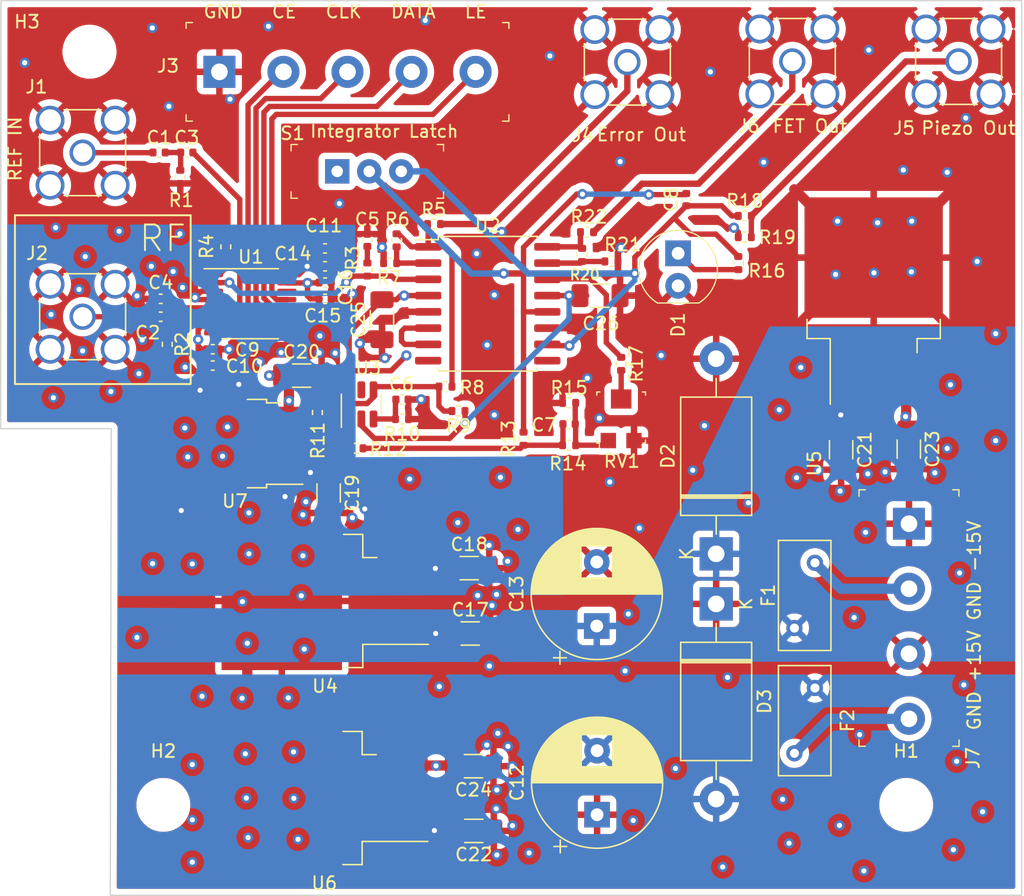
<source format=kicad_pcb>
(kicad_pcb (version 20211014) (generator pcbnew)
  (layers (0 "F.Cu" signal) (1 "In1.Cu" signal) (2 "In2.Cu" signal) (31 "B.Cu" signal) (34 "B.Paste" user) (35 "F.Paste" user) (36 "B.SilkS" user "B.Silkscreen") (37 "F.SilkS" user "F.Silkscreen") (38 "B.Mask" user) (39 "F.Mask" user) (44 "Edge.Cuts" user))
  (net 0 "")
  (net 1 "Net-(C1-Pad1)")
  (net 2 "Net-(C1-Pad2)")
  (net 3 "Net-(C2-Pad1)")
  (net 4 "Net-(C2-Pad2)")
  (net 5 "Net-(C3-Pad2)")
  (net 6 "Net-(C4-Pad1)")
  (net 7 "GND")
  (net 8 "Net-(C5-Pad2)")
  (net 9 "Net-(C6-Pad2)")
  (net 10 "Net-(C7-Pad1)")
  (net 11 "Net-(C7-Pad2)")
  (net 12 "Net-(C8-Pad1)")
  (net 13 "Net-(C8-Pad2)")
  (net 14 "+3V3")
  (net 15 "+5VD")
  (net 16 "-15V")
  (net 17 "+15V")
  (net 18 "+5VA")
  (net 19 "-5VA")
  (net 20 "Net-(D1-Pad1)")
  (net 21 "Net-(F1-Pad2)")
  (net 22 "Net-(F2-Pad2)")
  (net 23 "Net-(J3-Pad2)")
  (net 24 "Net-(J3-Pad3)")
  (net 25 "Net-(J3-Pad4)")
  (net 26 "Net-(J3-Pad5)")
  (net 27 "Net-(J4-Pad1)")
  (net 28 "Net-(J5-Pad1)")
  (net 29 "Net-(J6-Pad1)")
  (net 30 "Net-(R3-Pad1)")
  (net 31 "Net-(R4-Pad1)")
  (net 32 "Net-(R5-Pad2)")
  (net 33 "Net-(R6-Pad2)")
  (net 34 "Net-(R11-Pad1)")
  (net 35 "Net-(R11-Pad2)")
  (net 36 "Net-(R17-Pad1)")
  (net 37 "Net-(R17-Pad2)")
  (net 38 "Net-(R20-Pad1)")
  (net 39 "Net-(R20-Pad2)")
  (net 42 "Net-(U2-Pad6)")
  (footprint "Package_TO_SOT_SMD:SOT-23-6" (layer "F.Cu") (at 75.476001 55.996399 90)
    (fp_text reference "U3")
    (fp_text value "OPA847xDBV")
  )
  (footprint "Diode_THT:D_DO-201AE_P15.24mm_Horizontal" (layer "F.Cu") (at 103.1748 67.6656 90)
    (fp_text reference "D2")
    (fp_text value "SA15CA-TP")
  )
  (footprint "Capacitor_SMD:C_0402_1005Metric" (layer "F.Cu") (at 72.644 43.815)
    (fp_text reference "C11")
    (fp_text value "0.1u")
  )
  (footprint "Package_TO_SOT_SMD:TO-263-2" (layer "F.Cu") (at 72.5868 86.741 180)
    (fp_text reference "U6")
    (fp_text value "MC7905ACD2TR4G A-")
  )
  (footprint "Resistor_SMD:R_0402_1005Metric" (layer "F.Cu") (at 83.058 56.515 180)
    (fp_text reference "R9")
    (fp_text value "510")
  )
  (footprint "Resistor_SMD:R_0402_1005Metric" (layer "F.Cu") (at 105.41 42.926 180)
    (fp_text reference "R19")
    (fp_text value "200")
  )
  (footprint "Capacitor_SMD:C_0402_1005Metric" (layer "F.Cu") (at 63.881 52.959)
    (fp_text reference "C10")
    (fp_text value "0.1u")
  )
  (footprint "Resistor_SMD:R_0402_1005Metric" (layer "F.Cu") (at 75.095001 59.425399)
    (fp_text reference "R12")
    (fp_text value "56")
  )
  (footprint "Resistor_SMD:R_0402_1005Metric" (layer "F.Cu") (at 91.694 59.182)
    (fp_text reference "R14")
    (fp_text value "1k5")
  )
  (footprint "Resistor_SMD:R_0402_1005Metric" (layer "F.Cu") (at 92.71 44.323 -90)
    (fp_text reference "R20")
    (fp_text value "10k")
  )
  (footprint "Resistor_SMD:R_0402_1005Metric" (layer "F.Cu") (at 104.902 44.958 -90)
    (fp_text reference "R16")
    (fp_text value "1k5")
  )
  (footprint "Package_SO:SOIC-16W_7.5x10.3mm_P1.27mm" (layer "F.Cu") (at 85.344 48.133)
    (fp_text reference "U2")
    (fp_text value "Opamp_Quad")
  )
  (footprint "Capacitor_SMD:C_0402_1005Metric" (layer "F.Cu") (at 78.651001 55.615399 180)
    (fp_text reference "C6")
    (fp_text value "100p")
  )
  (footprint "Resistor_SMD:R_0402_1005Metric" (layer "F.Cu") (at 64.897 43.688 90)
    (fp_text reference "R4")
    (fp_text value "3k3")
  )
  (footprint "Capacitor_SMD:C_0402_1005Metric" (layer "F.Cu") (at 59.817 49.149 180)
    (fp_text reference "C2")
    (fp_text value "10p")
  )
  (footprint "Resistor_SMD:R_0402_1005Metric" (layer "F.Cu") (at 91.694 55.88)
    (fp_text reference "R15")
    (fp_text value "300")
  )
  (footprint "MountingHole:MountingHole_3.2mm_M3" (layer "F.Cu") (at 54.2544 28.448)
    (fp_text reference "H3")
    (fp_text value "MountingHole")
  )
  (footprint "Package_TO_SOT_SMD:TO-263-2" (layer "F.Cu") (at 72.6408 71.3486 180)
    (fp_text reference "U4")
    (fp_text value "MC7805CD2TR4G D+")
  )
  (footprint "Resistor_SMD:R_0402_1005Metric" (layer "F.Cu") (at 82.042 54.61 180)
    (fp_text reference "R8")
    (fp_text value "510")
  )
  (footprint "Capacitor_THT:CP_Radial_D10.0mm_P5.00mm" (layer "F.Cu") (at 93.8784 88.041877 90)
    (fp_text reference "C12")
    (fp_text value "C_Polarized_Small_US")
  )
  (footprint "Connector_Coaxial:SMA_Amphenol_132134-11_Vertical" (layer "F.Cu") (at 122.0978 29.21)
    (fp_text reference "J5")
    (fp_text value "Conn_Coaxial")
  )
  (footprint "Capacitor_SMD:C_0402_1005Metric" (layer "F.Cu") (at 61.849 36.322)
    (fp_text reference "C3")
    (fp_text value "1n")
  )
  (footprint "Capacitor_SMD:C_1206_3216Metric_Pad1.33x1.80mm_HandSolder" (layer "F.Cu") (at 83.8962 68.7832)
    (fp_text reference "C18")
    (fp_text value "T58W9105M035C0500")
  )
  (footprint "Capacitor_SMD:C_0402_1005Metric" (layer "F.Cu") (at 100.838 40.005 90)
    (fp_text reference "C8")
    (fp_text value "470n")
  )
  (footprint "MountingHole:MountingHole_3.2mm_M3" (layer "F.Cu") (at 118.0084 87.2744)
    (fp_text reference "H1")
    (fp_text value "MountingHole")
  )
  (footprint "Package_TO_SOT_SMD:TO-252-2" (layer "F.Cu") (at 65.6082 59.055 180)
    (fp_text reference "U7")
    (fp_text value "LP2950ACDT-3.3RG")
  )
  (footprint "Capacitor_SMD:C_0402_1005Metric" (layer "F.Cu") (at 72.644 45.212)
    (fp_text reference "C14")
    (fp_text value "10p")
  )
  (footprint "Capacitor_SMD:C_1206_3216Metric_Pad1.33x1.80mm_HandSolder" (layer "F.Cu") (at 83.9724 73.8886)
    (fp_text reference "C17")
    (fp_text value "T58W9105M035C0500")
  )
  (footprint "digikey-footprints:Trimpot_3.8mmx3.6mm_TC33X-2-103E" (layer "F.Cu") (at 95.758 57.023)
    (fp_text reference "RV1")
    (fp_text value "10k")
  )
  (footprint "Package_TO_SOT_SMD:TO-263-2" (layer "F.Cu") (at 115.4684 47.9044 90)
    (fp_text reference "U5")
    (fp_text value "MC7805CD2TR4G A+")
  )
  (footprint "Resistor_SMD:R_0402_1005Metric" (layer "F.Cu") (at 72.047001 56.631399 -90)
    (fp_text reference "R11")
    (fp_text value "150k")
  )
  (footprint "digikey-footprints:Switch_Slide_11.6x4mm_EG1218" (layer "F.Cu") (at 73.5914 37.7952)
    (fp_text reference "S1")
    (fp_text value "EG1218")
  )
  (footprint "Resistor_SMD:R_0402_1005Metric" (layer "F.Cu") (at 88.138 58.676 90)
    (fp_text reference "R13")
    (fp_text value "91k")
  )
  (footprint "Capacitor_SMD:C_1206_3216Metric_Pad1.33x1.80mm_HandSolder" (layer "F.Cu") (at 77.08705 49.37955 90)
    (fp_text reference "C25")
    (fp_text value "T58W9105M035C0500")
  )
  (footprint "Connector_Coaxial:SMA_Amphenol_132134-11_Vertical" (layer "F.Cu") (at 109.1184 29.21)
    (fp_text reference "J6")
    (fp_text value "Conn_Coaxial")
  )
  (footprint "Capacitor_SMD:C_0402_1005Metric" (layer "F.Cu") (at 72.644 47.752)
    (fp_text reference "C15")
    (fp_text value "0.1u")
  )
  (footprint "Resistor_SMD:R_0402_1005Metric" (layer "F.Cu") (at 60.325 51.308 -90)
    (fp_text reference "R2")
    (fp_text value "50")
  )
  (footprint "Capacitor_SMD:C_1206_3216Metric_Pad1.33x1.80mm_HandSolder" (layer "F.Cu") (at 112.9284 59.5376 -90)
    (fp_text reference "C21")
    (fp_text value "T58W9105M035C0500")
  )
  (footprint "Connector_Coaxial:SMA_Amphenol_132134-11_Vertical" (layer "F.Cu") (at 53.721 49.149)
    (fp_text reference "J2")
    (fp_text value "Conn_Coaxial")
  )
  (footprint "Capacitor_SMD:C_0402_1005Metric" (layer "F.Cu") (at 63.881 51.689)
    (fp_text reference "C9")
    (fp_text value "10p")
  )
  (footprint "Resistor_SMD:R_0402_1005Metric" (layer "F.Cu") (at 78.232 43.18 -90)
    (fp_text reference "R6")
    (fp_text value "3k3")
  )
  (footprint "Capacitor_SMD:C_0402_1005Metric" (layer "F.Cu") (at 91.694 57.531)
    (fp_text reference "C7")
    (fp_text value "150p")
  )
  (footprint "MountingHole:MountingHole_3.2mm_M3" (layer "F.Cu") (at 60.0202 87.2744)
    (fp_text reference "H2")
    (fp_text value "MountingHole")
  )
  (footprint "Resistor_SMD:R_0402_1005Metric" (layer "F.Cu") (at 81.151 41.91 180)
    (fp_text reference "R5")
    (fp_text value "510")
  )
  (footprint "digikey-footprints:Term_Block_1x5_P5mm" (layer "F.Cu") (at 64.3966 30.0228)
    (fp_text reference "J3")
    (fp_text value "OSTTC050162")
  )
  (footprint "digikey-footprints:LED_5mm_Radial" (layer "F.Cu") (at 100.203 46.736 -90)
    (fp_text reference "D1")
    (fp_text value " XLMDKVG58M")
  )
  (footprint "Capacitor_SMD:C_1206_3216Metric_Pad1.33x1.80mm_HandSolder" (layer "F.Cu") (at 84.2264 84.2518 180)
    (fp_text reference "C24")
    (fp_text value "T58W9105M035C0500")
  )
  (footprint "Resistor_SMD:R_0402_1005Metric" (layer "F.Cu") (at 94.996 44.831)
    (fp_text reference "R21")
    (fp_text value "10k")
  )
  (footprint "digikey-footprints:Term_Block_1x4_P5.08mm" (layer "F.Cu") (at 118.2244 65.3134 -90)
    (fp_text reference "J7")
    (fp_text value "OSTTC042162")
  )
  (footprint "Resistor_SMD:R_0402_1005Metric" (layer "F.Cu") (at 77.724 44.958 180)
    (fp_text reference "R7")
    (fp_text value "3k3")
  )
  (footprint "Package_SO:TSSOP-16_4.4x5mm_P0.65mm" (layer "F.Cu") (at 66.802 48.133)
    (fp_text reference "U1")
    (fp_text value "ADF4107")
  )
  (footprint "Resistor_SMD:R_0402_1005Metric" (layer "F.Cu") (at 93.091 42.545 180)
    (fp_text reference "R22")
    (fp_text value "50")
  )
  (footprint "Capacitor_SMD:C_0402_1005Metric" (layer "F.Cu") (at 59.817 47.752 180)
    (fp_text reference "C4")
    (fp_text value "100p")
  )
  (footprint "Connector_Coaxial:SMA_Amphenol_132134-11_Vertical" (layer "F.Cu") (at 96.2406 29.2608)
    (fp_text reference "J4")
    (fp_text value "Conn_Coaxial")
  )
  (footprint "Resistor_SMD:R_0402_1005Metric" (layer "F.Cu") (at 95.758 52.832 -90)
    (fp_text reference "R17")
    (fp_text value "10k")
  )
  (footprint "Capacitor_SMD:C_0402_1005Metric" (layer "F.Cu") (at 75.946 43.18 -90)
    (fp_text reference "C5")
    (fp_text value "33n")
  )
  (footprint "Fuse:Fuse_BelFuse_0ZRE0005FF_L8.3mm_W3.8mm" (layer "F.Cu") (at 110.8836 78.1458 -90)
    (fp_text reference "F2")
    (fp_text value "Polyfuse RXEF040")
  )
  (footprint "Capacitor_SMD:C_0402_1005Metric" (layer "F.Cu") (at 72.644 46.482)
    (fp_text reference "C16")
    (fp_text value "10p")
  )
  (footprint "Capacitor_SMD:C_0402_1005Metric" (layer "F.Cu") (at 59.69 36.322)
    (fp_text reference "C1")
    (fp_text value "1n")
  )
  (footprint "Diode_THT:D_DO-201AE_P15.24mm_Horizontal" (layer "F.Cu") (at 103.1748 71.5772 -90)
    (fp_text reference "D3")
    (fp_text value "SA15CA-TP")
  )
  (footprint "Resistor_SMD:R_0402_1005Metric" (layer "F.Cu") (at 61.341 38.225 -90)
    (fp_text reference "R1")
    (fp_text value "50")
  )
  (footprint "Fuse:Fuse_BelFuse_0ZRE0005FF_L8.3mm_W3.8mm" (layer "F.Cu") (at 109.2836 73.4668 90)
    (fp_text reference "F1")
    (fp_text value "Polyfuse RXEF040")
  )
  (footprint "Capacitor_SMD:C_1206_3216Metric_Pad1.33x1.80mm_HandSolder" (layer "F.Cu") (at 84.2518 89.3064 180)
    (fp_text reference "C22")
    (fp_text value "T58W9105M035C0500")
  )
  (footprint "Capacitor_THT:CP_Radial_D10.0mm_P5.00mm" (layer "F.Cu") (at 93.853 73.3044 90)
    (fp_text reference "C13")
    (fp_text value "C_Polarized_Small_US")
  )
  (footprint "Resistor_SMD:R_0402_1005Metric" (layer "F.Cu") (at 75.946 45.464 90)
    (fp_text reference "R3")
    (fp_text value "150")
  )
  (footprint "Resistor_SMD:R_0402_1005Metric" (layer "F.Cu") (at 105.41 41.275)
    (fp_text reference "R18")
    (fp_text value "100")
  )
  (footprint "Capacitor_SMD:C_1206_3216Metric_Pad1.33x1.80mm_HandSolder" (layer "F.Cu") (at 70.8152 53.7464)
    (fp_text reference "C20")
    (fp_text value "T58W9105M035C0500")
  )
  (footprint "Capacitor_SMD:C_1206_3216Metric_Pad1.33x1.80mm_HandSolder" (layer "F.Cu") (at 94.107 47.498)
    (fp_text reference "C26")
    (fp_text value "T58W9105M035C0500")
  )
  (footprint "Capacitor_SMD:C_1206_3216Metric_Pad1.33x1.80mm_HandSolder" (layer "F.Cu") (at 72.9234 62.9158 -90)
    (fp_text reference "C19")
    (fp_text value "T58W9105M035C0500")
  )
  (footprint "Connector_Coaxial:SMA_Amphenol_132134-11_Vertical" (layer "F.Cu") (at 53.721 36.337)
    (fp_text reference "J1")
    (fp_text value "Conn_Coaxial")
  )
  (footprint "Capacitor_SMD:C_1206_3216Metric_Pad1.33x1.80mm_HandSolder" (layer "F.Cu") (at 118.2116 59.4868 -90)
    (fp_text reference "C23")
    (fp_text value "T58W9105M035C0500")
  )
  (footprint "Resistor_SMD:R_0402_1005Metric" (layer "F.Cu") (at 78.651001 57.139399 180)
    (fp_text reference "R10")
    (fp_text value "560")
  )
  (gr_rect (start 48.4378 41.2242) (end 62.1538 54.4068) (layer "F.SilkS") (width 0.15) (fill none))
  (gr_poly (pts (xy 127.0254 94.3356) (xy 55.88 94.3356) (xy 55.9562 57.8866) (xy 47.3202 57.8866) (xy 47.3456 24.4602) (xy 127.0254 24.4602)) (layer "Edge.Cuts") (width 0.1) (fill none))
  (gr_text "Error Out" (at 97.3328 34.925) (layer "F.SilkS") (effects (font (size 1 1))))
  (gr_text "Integrator Latch" (at 77.2668 34.671) (layer "F.SilkS") (effects (font (size 0.95 0.95))))
  (gr_text "GND   CE   CLK   DATA   LE" (at 74.2188 25.3238) (layer "F.SilkS") (effects (font (size 1 1))))
  (gr_text "FET Out\n" (at 110.49 34.2646) (layer "F.SilkS") (effects (font (size 1 1))))
  (gr_text "Piezo Out\n" (at 122.8598 34.417) (layer "F.SilkS") (effects (font (size 1 1))))
  (gr_text "RF" (at 59.9694 43.0276) (layer "F.SilkS") (effects (font (size 2 2))))
  (gr_text "GND +15V GND -15V" (at 123.317 73.2536 90) (layer "F.SilkS") (effects (font (size 1 1))))
  (gr_text "REF IN" (at 48.4378 36.0426 90) (layer "F.SilkS") (effects (font (size 1 1))))
  (segment (start 59.21 36.322) (end 59.195 36.337) (width 0.419762) (layer "F.Cu") (net 1))
  (segment (start 59.195 36.337) (end 53.721 36.337) (width 0.419762) (layer "F.Cu") (net 1))
  (segment (start 61.369 36.322) (end 61.369 37.689) (width 0.419762) (layer "F.Cu") (net 2))
  (segment (start 60.17 36.322) (end 61.369 36.322) (width 0.419762) (layer "F.Cu") (net 2))
  (segment (start 60.297 49.149) (end 60.297 50.77) (width 0.419762) (layer "F.Cu") (net 3))
  (segment (start 60.297 49.149) (end 62.992 49.149) (width 0.419762) (layer "F.Cu") (net 3))
  (segment (start 63.033 49.108) (end 63.9395 49.108) (width 0.419762) (layer "F.Cu") (net 3))
  (segment (start 62.992 49.149) (end 63.033 49.108) (width 0.419762) (layer "F.Cu") (net 3))
  (segment (start 53.721 49.149) (end 59.337 49.149) (width 0.419762) (layer "F.Cu") (net 4))
  (segment (start 65.9892 39.9822) (end 65.9892 49.1998) (width 0.419762) (layer "F.Cu") (net 5))
  (segment (start 64.781 50.408) (end 63.9395 50.408) (width 0.419762) (layer "F.Cu") (net 5))
  (segment (start 62.329 36.322) (end 65.9892 39.9822) (width 0.419762) (layer "F.Cu") (net 5))
  (segment (start 65.9892 49.1998) (end 64.781 50.408) (width 0.419762) (layer "F.Cu") (net 5))
  (segment (start 61.003 48.458) (end 63.9395 48.458) (width 0.419762) (layer "F.Cu") (net 6))
  (segment (start 60.297 47.752) (end 61.003 48.458) (width 0.419762) (layer "F.Cu") (net 6))
  (segment (start 64.361 51.689) (end 65.151 51.689) (width 0.419762) (layer "F.Cu") (net 7))
  (segment (start 62.0014 57.8358) (end 64.4398 55.3974) (width 0.8) (layer "F.Cu") (net 7))
  (segment (start 95.506 43.9654) (end 95.7326 43.7388) (width 0.419762) (layer "F.Cu") (net 7))
  (segment (start 77.214 44.958) (end 77.214 43.8384) (width 0.419762) (layer "F.Cu") (net 7))
  (segment (start 70.7898 70.9422) (end 73.3806 70.9422) (width 0.8) (layer "F.Cu") (net 7))
  (segment (start 72.1868 83.1342) (end 74.0283 81.2927) (width 0.8) (layer "F.Cu") (net 7))
  (segment (start 61.6966 57.8358) (end 62.0014 57.8358) (width 0.8) (layer "F.Cu") (net 7))
  (segment (start 77.08705 50.41705) (end 76.17655 50.41705) (width 0.419762) (layer "F.Cu") (net 7))
  (segment (start 70.5358 89.9668) (end 71.501 89.9668) (width 0.8) (layer "F.Cu") (net 7))
  (segment (start 66.421 83.1596) (end 63.2968 80.0354) (width 0.8) (layer "F.Cu") (net 7))
  (segment (start 104.9 42.535178) (end 104.563047 42.198225) (width 0.419762) (layer "F.Cu") (net 7))
  (segment (start 70.9168 67.818) (end 70.9168 64.6176) (width 0.8) (layer "F.Cu") (net 7))
  (segment (start 65.024 62.9158) (end 65.3034 63.1952) (width 0.8) (layer "F.Cu") (net 7))
  (segment (start 63.5508 92.9132) (end 63.5508 93.1418) (width 0.8) (layer "F.Cu") (net 7))
  (segment (start 66.421 83.2866) (end 66.421 83.1596) (width 0.8) (layer "F.Cu") (net 7))
  (segment (start 70.1802 83.1342) (end 72.2884 83.1342) (width 0.8) (layer "F.Cu") (net 7))
  (segment (start 69.2118 86.741) (end 69.2118 87.2522) (width 0.8) (layer "F.Cu") (net 7))
  (segment (start 61.9252 60.0964) (end 61.9252 62.484) (width 0.8) (layer "F.Cu") (net 7))
  (segment (start 74.676 75.1078) (end 75.4126 75.8444) (width 0.8) (layer "F.Cu") (net 7))
  (segment (start 69.2118 86.741) (end 66.4972 86.741) (width 0.8) (layer "F.Cu") (net 7))
  (segment (start 65.024 57.7596) (end 65.024 62.9158) (width 0.8) (layer "F.Cu") (net 7))
  (segment (start 122.0978 50.6476) (end 118.4148 46.9646) (width 0.8) (layer "F.Cu") (net 7))
  (segment (start 63.9395 47.158) (end 62.979819 47.158) (width 0.419762) (layer "F.Cu") (net 7))
  (segment (start 77.08705 50.41705) (end 77.08705 52.14815) (width 0.419762) (layer "F.Cu") (net 7))
  (segment (start 76.17655 50.41705) (end 75.35985 51.23375) (width 0.419762) (layer "F.Cu") (net 7))
  (segment (start 63.2968 67.6656) (end 62.5094 68.453) (width 0.8) (layer "F.Cu") (net 7))
  (segment (start 73.3806 70.9422) (end 74.6125 69.7103) (width 0.8) (layer "F.Cu") (net 7))
  (segment (start 66.7004 67.6656) (end 66.7004 64.5414) (width 0.8) (layer "F.Cu") (net 7))
  (segment (start 115.4684 44.5294) (end 114.8302 44.5294) (width 0.8) (layer "F.Cu") (net 7))
  (segment (start 95.506 44.831) (end 95.506 43.9654) (width 0.419762) (layer "F.Cu") (net 7))
  (segment (start 104.9 42.926) (end 104.9 42.535178) (width 0.419762) (layer "F.Cu") (net 7))
  (segment (start 66.5734 78.5368) (end 66.167 78.9432) (width 0.8) (layer "F.Cu") (net 7))
  (segment (start 62.5094 68.453) (end 62.2808 68.453) (width 0.8) (layer "F.Cu") (net 7))
  (segment (start 66.5734 74.6506) (end 66.5734 78.5368) (width 0.8) (layer "F.Cu") (net 7))
  (segment (start 70.1802 83.1342) (end 72.1868 83.1342) (width 0.8) (layer "F.Cu") (net 7))
  (segment (start 119.1514 41.6814) (end 121.793 39.0398) (width 0.8) (layer "F.Cu") (net 7))
  (segment (start 71.0184 75.1078) (end 74.676 75.1078) (width 0.8) (layer "F.Cu") (net 7))
  (segment (start 64.643 60.0456) (end 64.643 60.2996) (width 0.8) (layer "F.Cu") (net 7))
  (segment (start 66.6369 89.8271) (end 63.5508 92.9132) (width 0.8) (layer "F.Cu") (net 7))
  (segment (start 114.8302 44.5294) (end 108.7882 50.5714) (width 0.8) (layer "F.Cu") (net 7))
  (segment (start 63.9395 47.808) (end 62.4892 47.808) (width 0.419762) (layer "F.Cu") (net 7))
  (segment (start 62.979819 47.158) (end 62.4892 47.648619) (width 0.419762) (layer "F.Cu") (net 7))
  (segment (start 118.4148 46.9646) (end 118.4148 45.6438) (width 0.8) (layer "F.Cu") (net 7))
  (segment (start 62.4892 47.808) (end 62.484 47.8028) (width 0.419762) (layer "F.Cu") (net 7))
  (segment (start 80.122201 55.615399) (end 80.137 55.6006) (width 0.419762) (layer "F.Cu") (net 7))
  (segment (start 79.131001 55.615399) (end 80.122201 55.615399) (width 0.419762) (layer "F.Cu") (net 7))
  (segment (start 62.484 47.8028) (end 62.4892 47.7976) (width 0.419762) (layer "F.Cu") (net 7))
  (segment (start 77.214 43.8384) (end 77.089 43.7134) (width 0.419762) (layer "F.Cu") (net 7))
  (segment (start 62.4892 47.7976) (end 62.4892 47.648619) (width 0.419762) (layer "F.Cu") (net 7))
  (segment (start 77.08705 52.14815) (end 77.31565 52.37675) (width 0.419762) (layer "F.Cu") (net 7))
  (segment (start 112.649 41.6814) (end 111.76 41.6814) (width 0.8) (layer "F.Cu") (net 7))
  (segment (start 71.501 89.9668) (end 74.3331 92.7989) (width 0.8) (layer "F.Cu") (net 7))
  (segment (start 64.643 60.2996) (end 67.2846 62.9412) (width 0.8) (layer "F.Cu") (net 7))
  (segment (start 111.76 41.6814) (end 109.2708 39.1922) (width 0.8) (layer "F.Cu") (net 7))
  (segment (start 72.2884 83.1342) (end 75.0824 80.3402) (width 0.8) (layer "F.Cu") (net 7))
  (segment (start 66.7004 67.6656) (end 63.2968 67.6656) (width 0.8) (layer "F.Cu") (net 7))
  (segment (start 61.9252 62.484) (end 62.1792 62.738) (width 0.8) (layer "F.Cu") (net 7))
  (segment (start 69.2118 87.2522) (end 66.6369 89.8271) (width 0.8) (layer "F.Cu") (net 7))
  (segment (start 118.4402 41.6814) (end 119.1514 41.6814) (width 0.8) (layer "F.Cu") (net 7))
  (via (at 86.0552 86.106) (size 0.8) (drill 0.4) (layers "F.Cu" "B.Cu") (net 7))
  (via (at 57.9628 47.5234) (size 0.8) (drill 0.4) (layers "F.Cu" "B.Cu") (net 7))
  (via (at 111.1758 61.1632) (size 0.8) (drill 0.4) (layers "F.Cu" "B.Cu") (net 7))
  (via (at 90.1954 28.7782) (size 0.8) (drill 0.4) (layers "F.Cu" "B.Cu") (net 7))
  (via (at 70.7898 70.9422) (size 0.8) (drill 0.4) (layers "F.Cu" "B.Cu") (net 7))
  (via (at 115.0112 61.4172) (size 0.8) (drill 0.4) (layers "F.Cu" "B.Cu") (net 7))
  (via (at 84.4804 44.2214) (size 0.8) (drill 0.4) (layers "F.Cu" "B.Cu") (net 7))
  (via (at 101.346 61.1378) (size 0.8) (drill 0.4) (layers "F.Cu" "B.Cu") (net 7))
  (via (at 51.6128 42.1894) (size 0.8) (drill 0.4) (layers "F.Cu" "B.Cu") (net 7))
  (via (at 56.5658 42.4688) (size 0.8) (drill 0.4) (layers "F.Cu" "B.Cu") (net 7))
  (via (at 99.9998 84.4296) (size 0.8) (drill 0.4) (layers "F.Cu" "B.Cu") (net 7))
  (via (at 121.4628 54.4576) (size 0.8) (drill 0.4) (layers "F.Cu" "B.Cu") (net 7))
  (via (at 59.0804 45.212) (size 0.8) (drill 0.4) (layers "F.Cu" "B.Cu") (net 7))
  (via (at 106.8832 37.084) (size 0.8) (drill 0.4) (layers "F.Cu" "B.Cu") (net 7))
  (via (at 73.4314 51.9938) (size 0.8) (drill 0.4) (layers "F.Cu" "B.Cu") (net 7))
  (via (at 64.643 60.0456) (size 0.8) (drill 0.4) (layers "F.Cu" "B.Cu") (net 7))
  (via (at 122.174 69.1642) (size 0.8) (drill 0.4) (layers "F.Cu" "B.Cu") (net 7))
  (via (at 65.2272 32.1564) (size 0.8) (drill 0.4) (layers "F.Cu" "B.Cu") (net 7))
  (via (at 114.7064 92.4306) (size 0.8) (drill 0.4) (layers "F.Cu" "B.Cu") (net 7))
  (via (at 75.35985 51.23375) (size 0.8) (drill 0.4) (layers "F.Cu" "B.Cu") (net 7))
  (via (at 49.1998 29.3116) (size 0.8) (drill 0.4) (layers "F.Cu" "B.Cu") (net 7))
  (via (at 114.3762 81.788) (size 0.8) (drill 0.4) (layers "F.Cu" "B.Cu") (net 7))
  (via (at 112.4966 45.847) (size 0.8) (drill 0.4) (layers "F.Cu" "B.Cu") (net 7))
  (via (at 71.0184 75.1078) (size 0.8) (drill 0.4) (layers "F.Cu" "B.Cu") (net 7))
  (via (at 86.9188 82.7024) (size 0.8) (drill 0.4) (layers "F.Cu" "B.Cu") (net 7))
  (via (at 86.0552 91.186) (size 0.8) (drill 0.4) (layers "F.Cu" "B.Cu") (net 7))
  (via (at 71.1454 63.6016) (size 0.8) (drill 0.4) (layers "F.Cu" "B.Cu") (net 7))
  (via (at 96.6978 88.4936) (size 0.8) (drill 0.4) (layers "F.Cu" "B.Cu") (net 7))
  (via (at 77.089 43.7134) (size 0.8) (drill 0.4) (layers "F.Cu" "B.Cu") (net 7))
  (via (at 88.5698 91.0336) (size 0.8) (drill 0.4) (layers "F.Cu" "B.Cu") (net 7))
  (via (at 112.8014 88.8746) (size 0.8) (drill 0.4) (layers "F.Cu" "B.Cu") (net 7))
  (via (at 86.0044 87.5792) (size 0.8) (drill 0.4) (layers "F.Cu" "B.Cu") (net 7))
  (via (at 58.3692 50.9524) (size 0.8) (drill 0.4) (layers "F.Cu" "B.Cu") (net 7))
  (via (at 85.2932 51.3588) (size 0.8) (drill 0.4) (layers "F.Cu" "B.Cu") (net 7))
  (via (at 80.4672 26.0096) (size 0.8) (drill 0.4) (layers "F.Cu" "B.Cu") (net 7))
  (via (at 121.9454 83.8708) (size 0.8) (drill 0.4) (layers "F.Cu" "B.Cu") (net 7))
  (via (at 81.5594 78.0288) (size 0.8) (drill 0.4) (layers "F.Cu" "B.Cu") (net 7))
  (via (at 53.4416 47.0154) (size 0.8) (drill 0.4) (layers "F.Cu" "B.Cu") (net 7))
  (via (at 66.421 83.2866) (size 0.8) (drill 0.4) (layers "F.Cu" "B.Cu") (net 7))
  (via (at 66.1924 71.3994) (size 0.8) (drill 0.4) (layers "F.Cu" "B.Cu") (net 7))
  (via (at 77.31565 52.37675) (size 0.8) (drill 0.4) (layers "F.Cu" "B.Cu") (net 7))
  (via (at 65.024 57.7596) (size 0.8) (drill 0.4) (layers "F.Cu" "B.Cu") (net 7))
  (via (at 65.151 51.689) (size 0.8) (drill 0.4) (layers "F.Cu" "B.Cu") (net 7))
  (via (at 53.721 51.816) (size 0.8) (drill 0.4) (layers "F.Cu" "B.Cu") (net 7))
  (via (at 61.9252 60.0964) (size 0.8) (drill 0.4) (layers "F.Cu" "B.Cu") (net 7))
  (via (at 80.137 55.6006) (size 0.8) (drill 0.4) (layers "F.Cu" "B.Cu") (net 7))
  (via (at 61.5188 46.863) (size 0.8) (drill 0.4) (layers "F.Cu" "B.Cu") (net 7))
  (via (at 122.6566 33.6296) (size 0.8) (drill 0.4) (layers "F.Cu" "B.Cu") (net 7))
  (via (at 87.249 84.2518) (size 0.8) (drill 0.4) (layers "F.Cu" "B.Cu") (net 7))
  (via (at 69.7738 78.9178) (size 0.8) (drill 0.4) (layers "F.Cu" "B.Cu") (net 7))
  (via (at 59.182 68.4276) (size 0.8) (drill 0.4) (layers "F.Cu" "B.Cu") (net 7))
  (via (at 108.8644 90.2716) (size 0.8) (drill 0.4) (layers "F.Cu" "B.Cu") (net 7))
  (via (at 123.5456 44.831) (size 0.8) (drill 0.4) (layers "F.Cu" "B.Cu") (net 7))
  (via (at 121.6914 90.7796) (size 0.8) (drill 0.4) (layers "F.Cu" "B.Cu") (net 7))
  (via (at 61.6966 57.8358) (size 0.8) (drill 0.4) (layers "F.Cu" "B.Cu") (net 7))
  (via (at 62.2808 68.453) (size 0.8) (drill 0.4) (layers "F.Cu" "B.Cu") (net 7))
  (via (at 117.7798 37.6936) (size 0.8) (drill 0.4) (layers "F.Cu" "B.Cu") (net 7))
  (via (at 104.0638 77.3176) (size 0.8) (drill 0.4) (layers "F.Cu" "B.Cu") (net 7))
  (via (at 86.4362 42.5196) (size 0.8) (drill 0.4) (layers "F.Cu" "B.Cu") (net 7))
  (via (at 124.9934 50.4698) (size 0.8) (drill 0.4) (layers "F.Cu" "B.Cu") (net 7))
  (via (at 87.7062 65.7606) (size 0.8) (drill 0.4) (layers "F.Cu" "B.Cu") (net 7))
  (via (at 86.1314 81.6864) (size 0.8) (drill 0.4) (layers "F.Cu" "B.Cu") (net 7))
  (via (at 55.9308 54.991) (size 0.8) (drill 0.4) (layers "F.Cu" "B.Cu") (net 7))
  (via (at 60.7822 45.6184) (size 0.8) (drill 0.4) (layers "F.Cu" "B.Cu") (net 7))
  (via (at 66.4972 86.741) (size 0.8) (drill 0.4) (layers "F.Cu" "B.Cu") (net 7))
  (via (at 85.852 56.8198) (size 0.8) (drill 0.4) (layers "F.Cu" "B.Cu") (net 7))
  (via (at 69.215 51.943) (size 0.8) (drill 0.4) (layers "F.Cu" "B.Cu") (net 7))
  (via (at 62.4892 47.648619) (size 0.8) (drill 0.4) (layers "F.Cu" "B.Cu") (net 7))
  (via (at 85.2678 82.6008) (size 0.8) (drill 0.4) (layers "F.Cu" "B.Cu") (net 7))
  (via (at 66.167 78.9432) (size 0.8) (drill 0.4) (layers "F.Cu" "B.Cu") (net 7))
  (via (at 70.9168 67.818) (size 0.8) (drill 0.4) (layers "F.Cu" "B.Cu") (net 7))
  (via (at 112.649 41.6814) (size 0.8) (drill 0.4) (layers "F.Cu" "B.Cu") (net 7))
  (via (at 72.1868 51.9684) (size 0.8) (drill 0.4) (layers "F.Cu" "B.Cu") (net 7))
  (via (at 53.9242 44.45) (size 0.8) (drill 0.4) (layers "F.Cu" "B.Cu") (net 7))
  (via (at 115.4938 45.72) (size 0.8) (drill 0.4) (layers "F.Cu" "B.Cu") (net 7))
  (via (at 118.4402 41.6814) (size 0.8) (drill 0.4) (layers "F.Cu" "B.Cu") (net 7))
  (via (at 108.1024 56.4134) (size 0.8) (drill 0.4) (layers "F.Cu" "B.Cu") (net 7))
  (via (at 70.9168 64.6176) (size 0.8) (drill 0.4) (layers "F.Cu" "B.Cu") (net 7))
  (via (at 93.1164 53.9496) (size 0.8) (drill 0.4) (layers "F.Cu" "B.Cu") (net 7))
  (via (at 86.8934 68.2498) (size 0.8) (drill 0.4) (layers "F.Cu" "B.Cu") (net 7))
  (via (at 66.5734 74.6506) (size 0.8) (drill 0.4) (layers "F.Cu" "B.Cu") (net 7))
  (via (at 96.3168 72.3646) (size 0.8) (drill 0.4) (layers "F.Cu" "B.Cu") (net 7))
  (via (at 118.4148 45.6438) (size 0.8) (drill 0.4) (layers "F.Cu" "B.Cu") (net 7))
  (via (at 70.5358 89.9668) (size 0.8) (drill 0.4) (layers "F.Cu" "B.Cu") (net 7))
  (via (at 70.1802 83.1342) (size 0.8) (drill 0.4) (layers "F.Cu" "B.Cu") (net 7))
  (via (at 62.2808 91.7448) (size 0.8) (drill 0.4) (layers "F.Cu" "B.Cu") (net 7))
  (via (at 109.4486 61.722) (size 0.8) (drill 0.4) (layers "F.Cu" "B.Cu") (net 7))
  (via (at 121.2088 59.436) (size 0.8) (drill 0.4) (layers "F.Cu" "B.Cu") (net 7))
  (via (at 57.9628 74.1934) (size 0.8) (drill 0.4) (layers "F.Cu" "B.Cu") (net 7))
  (via (at 97.1804 65.659) (size 0.8) (drill 0.4) (layers "F.Cu" "B.Cu") (net 7))
  (via (at 96.0628 76.8096) (size 0.8) (drill 0.4) (layers "F.Cu" "B.Cu") (net 7))
  (via (at 86.0298 70.8406) (size 0.8) (drill 0.4) (layers "F.Cu" "B.Cu") (net 7))
  (via (at 66.7004 64.4652) (size 0.8) (drill 0.4) (layers "F.Cu" "B.Cu") (net 7))
  (via (at 115.0874 28.321) (size 0.8) (drill 0.4) (layers "F.Cu" "B.Cu") (net 7))
  (via (at 114.8334 65.9892) (size 0.8) (drill 0.4) (layers "F.Cu" "B.Cu") (net 7))
  (via (at 94.869 62.0522) (size 0.8) (drill 0.4) (layers "F.Cu" "B.Cu") (net 7))
  (via (at 115.7732 41.8084) (size 0.8) (drill 0.4) (layers "F.Cu" "B.Cu") (net 7))
  (via (at 105.6894 63.6778) (size 0.8) (drill 0.4) (layers "F.Cu" "B.Cu") (net 7))
  (via (at 70.2056 86.7664) (size 0.8) (drill 0.4) (layers "F.Cu" "B.Cu") (net 7))
  (via (at 51.2572 48.9712) (size 0.8) (drill 0.4) (layers "F.Cu" "B.Cu") (net 7))
  (via (at 83.0072 65.2272) (size 0.8) (drill 0.4) (layers "F.Cu" "B.Cu") (net 7))
  (via (at 85.471 76.4286) (size 0.8) (drill 0.4) (layers "F.Cu" "B.Cu") (net 7))
  (via (at 123.9774 87.8078) (size 0.8) (drill 0.4) (layers "F.Cu" "B.Cu") (net 7))
  (via (at 62.2808 88.4428) (size 0.8) (drill 0.4) (layers "F.Cu" "B.Cu") (net 7))
  (via (at 61.722 53.086) (size 0.8) (drill 0.4) (layers "F.Cu" "B.Cu") (net 7))
  (via (at 67.5386 52.6796) (size 0.8) (drill 0.4) (layers "F.Cu" "B.Cu") (net 7))
  (via (at 60.452 32.7152) (size 0.8) (drill 0.4) (layers "F.Cu" "B.Cu") (net 7))
  (via (at 102.7176 30.0228) (size 0.8) (drill 0.4) (layers "F.Cu" "B.Cu") (net 7))
  (via (at 95.6818 37.0332) (size 0.8) (drill 0.4) (layers "F.Cu" "B.Cu") (net 7))
  (via (at 72.2376 50.6476) (size 0.8) (drill 0.4) (layers "F.Cu" "B.Cu") (net 7))
  (via (at 74.7776 47.3456) (size 0.8) (drill 0.4) (layers "F.Cu" "B.Cu") (net 7))
  (via (at 85.6742 71.7042) (size 0.8) (drill 0.4) (layers "F.Cu" "B.Cu") (net 7))
  (via (at 85.852 47.4472) (size 0.8) (drill 0.4) (layers "F.Cu" "B.Cu") (net 7))
  (via (at 109.7788 53.1114) (size 0.8) (drill 0.4) (layers "F.Cu" "B.Cu") (net 7))
  (via (at 86.3346 61.6966) (size 0.8) (drill 0.4) (layers "F.Cu" "B.Cu") (net 7))
  (via (at 120.2436 61.341) (size 0.8) (drill 0.4) (layers "F.Cu" "B.Cu") (net 7))
  (via (at 58.1152 53.594) (size 0.8) (drill 0.4) (layers "F.Cu" "B.Cu") (net 7))
  (via (at 108.3564 86.8426) (size 0.8) (drill 0.4) (layers "F.Cu" "B.Cu") (net 7))
  (via (at 103.6828 92.1258) (size 0.8) (drill 0.4) (layers "F.Cu" "B.Cu") (net 7))
  (via (at 74.7776 64.8462) (size 0.8) (drill 0.4) (layers "F.Cu" "B.Cu") (net 7))
  (via (at 112.8522 62.7634) (size 0.8) (drill 0.4) (layers "F.Cu" "B.Cu") (net 7))
  (via (at 87.2744 88.9) (size 0.8) (drill 0.4) (layers "F.Cu" "B.Cu") (net 7))
  (via (at 79.248 61.8236) (size 0.8) (drill 0.4) (layers "F.Cu" "B.Cu") (net 7))
  (via (at 84.5566 70.9168) (size 0.8) (drill 0.4) (layers "F.Cu" "B.Cu") (net 7))
  (via (at 104.563047 42.198225) (size 0.8) (drill 0.4) (layers "F.Cu" "B.Cu") (net 7))
  (via (at 121.2088 37.8714) (size 0.8) (drill 0.4) (layers "F.Cu" "B.Cu") (net 7))
  (via (at 73.7616 40.3098) (size 0.8) (drill 0.4) (layers "F.Cu" "B.Cu") (net 7))
  (via (at 68.2244 26.4668) (size 0.8) (drill 0.4) (layers "F.Cu" "B.Cu") (net 7))
  (via (at 61.3156 42.672) (size 0.8) (drill 0.4) (layers "F.Cu" "B.Cu") (net 7))
  (via (at 51.435 55.4736) (size 0.8) (drill 0.4) (layers "F.Cu" "B.Cu") (net 7))
  (via (at 94.0562 57.0738) (size 0.8) (drill 0.4) (layers "F.Cu" "B.Cu") (net 7))
  (via (at 95.7326 43.7388) (size 0.8) (drill 0.4) (layers "F.Cu" "B.Cu") (net 7))
  (via (at 66.6369 89.8271) (size 0.8) (drill 0.4) (layers "F.Cu" "B.Cu") (net 7))
  (via (at 122.5042 77.9018) (size 0.8) (drill 0.4) (layers "F.Cu" "B.Cu") (net 7))
  (via (at 85.4456 67.0052) (size 0.8) (drill 0.4) (layers "F.Cu" "B.Cu") (net 7))
  (via (at 98.8822 52.1716) (size 0.8) (drill 0.4) (layers "F.Cu" "B.Cu") (net 7))
  (via (at 63.0428 78.7908) (size 0.8) (drill 0.4) (layers "F.Cu" "B.Cu") (net 7))
  (via (at 113.9444 72.644) (size 0.8) (drill 0.4) (layers "F.Cu" "B.Cu") (net 7))
  (via (at 59.1566 26.5938) (size 0.8) (drill 0.4) (layers "F.Cu" "B.Cu") (net 7))
  (via (at 102.2604 57.658) (size 0.8) (drill 0.4) (layers "F.Cu" "B.Cu") (net 7))
  (via (at 124.9934 58.8264) (size 0.8) (drill 0.4) (layers "F.Cu" "B.Cu") (net 7))
  (via (at 62.2808 84.1248) (size 0.8) (drill 0.4) (layers "F.Cu" "B.Cu") (net 7))
  (via (at 66.7004 67.6656) (size 0.8) (drill 0.4) (layers "F.Cu" "B.Cu") (net 7))
  (via (at 116.3574 61.2648) (size 0.8) (drill 0.4) (layers "F.Cu" "B.Cu") (net 7))
  (segment (start 75.946 44.954) (end 75.946 43.66) (width 0.419762) (layer "F.Cu") (net 8))
  (segment (start 78.135501 57.133899) (end 78.141001 57.139399) (width 0.419762) (layer "F.Cu") (net 9))
  (segment (start 76.426001 57.133899) (end 78.135501 57.133899) (width 0.419762) (layer "F.Cu") (net 9))
  (segment (start 78.141001 57.139399) (end 78.141001 55.645399) (width 0.419762) (layer "F.Cu") (net 9))
  (segment (start 78.141001 55.645399) (end 78.171001 55.615399) (width 0.419762) (layer "F.Cu") (net 9))
  (segment (start 87.898601 59.425399) (end 88.138 59.186) (width 0.419762) (layer "F.Cu") (net 10))
  (segment (start 75.605001 59.425399) (end 87.898601 59.425399) (width 0.419762) (layer "F.Cu") (net 10))
  (segment (start 91.214 57.531) (end 91.214 59.152) (width 0.419762) (layer "F.Cu") (net 10))
  (segment (start 91.18 59.186) (end 91.184 59.182) (width 0.419762) (layer "F.Cu") (net 10))
  (segment (start 88.138 59.186) (end 91.18 59.186) (width 0.419762) (layer "F.Cu") (net 10))
  (segment (start 91.214 59.152) (end 91.184 59.182) (width 0.419762) (layer "F.Cu") (net 10))
  (segment (start 94.399 59.182) (end 94.758 58.823) (width 0.419762) (layer "F.Cu") (net 11))
  (segment (start 92.204 59.182) (end 92.204 57.561) (width 0.419762) (layer "F.Cu") (net 11))
  (segment (start 92.174 55.91) (end 92.204 55.88) (width 0.419762) (layer "F.Cu") (net 11))
  (segment (start 92.204 57.561) (end 92.174 57.531) (width 0.419762) (layer "F.Cu") (net 11))
  (segment (start 92.204 59.182) (end 94.399 59.182) (width 0.419762) (layer "F.Cu") (net 11))
  (segment (start 92.174 57.531) (end 92.174 55.91) (width 0.419762) (layer "F.Cu") (net 11))
  (segment (start 100.838 40.485) (end 99.8969 41.4261) (width 0.419762) (layer "F.Cu") (net 12))
  (segment (start 90.0956 51.4096) (end 89.994 51.308) (width 0.419762) (layer "F.Cu") (net 12))
  (segment (start 101.1682 42.6974) (end 103.1514 42.6974) (width 0.419762) (layer "F.Cu") (net 12))
  (segment (start 91.7194 51.4096) (end 90.0956 51.4096) (width 0.419762) (layer "F.Cu") (net 12))
  (segment (start 103.1514 42.6974) (end 104.902 44.448) (width 0.419762) (layer "F.Cu") (net 12))
  (segment (start 96.8248 44.4982) (end 96.8248 45.7708) (width 0.419762) (layer "F.Cu") (net 12))
  (segment (start 99.8969 41.4261) (end 101.1682 42.6974) (width 0.419762) (layer "F.Cu") (net 12))
  (segment (start 99.8969 41.4261) (end 96.8248 44.4982) (width 0.419762) (layer "F.Cu") (net 12))
  (segment (start 104.394 41.275) (end 104.9 41.275) (width 0.419762) (layer "F.Cu") (net 12))
  (segment (start 100.838 40.485) (end 103.604 40.485) (width 0.419762) (layer "F.Cu") (net 12))
  (segment (start 103.604 40.485) (end 104.394 41.275) (width 0.419762) (layer "F.Cu") (net 12))
  (via (at 96.8248 45.7708) (size 0.8) (drill 0.4) (layers "F.Cu" "B.Cu") (net 12))
  (via (at 91.7194 51.4096) (size 0.8) (drill 0.4) (layers "F.Cu" "B.Cu") (net 12))
  (segment (start 96.8248 45.7708) (end 88.486009 45.7708) (width 0.5) (layer "B.Cu") (net 12))
  (segment (start 88.486009 45.7708) (end 80.510409 37.7952) (width 0.5) (layer "B.Cu") (net 12))
  (segment (start 96.8248 45.7708) (end 96.8248 46.3042) (width 0.419762) (layer "B.Cu") (net 12))
  (segment (start 96.8248 46.3042) (end 91.7194 51.4096) (width 0.419762) (layer "B.Cu") (net 12))
  (segment (start 80.510409 37.7952) (end 78.5914 37.7952) (width 0.5) (layer "B.Cu") (net 12))
  (segment (start 92.292688 39.5732) (end 92.7354 39.5732) (width 0.419762) (layer "F.Cu") (net 13))
  (segment (start 88.138 43.727888) (end 92.292688 39.5732) (width 0.419762) (layer "F.Cu") (net 13))
  (segment (start 86.5886 45.7708) (end 88.1126 45.7708) (width 0.5) (layer "F.Cu") (net 13))
  (segment (start 97.917 39.6099) (end 100.7531 39.6099) (width 0.419762) (layer "F.Cu") (net 13))
  (segment (start 88.138 48.768) (end 89.994 48.768) (width 0.419762) (layer "F.Cu") (net 13))
  (segment (start 100.7531 39.6099) (end 100.838 39.525) (width 0.419762) (layer "F.Cu") (net 13))
  (segment (start 88.138 58.166) (end 88.138 48.768) (width 0.419762) (layer "F.Cu") (net 13))
  (segment (start 88.1126 45.7708) (end 88.138 45.7454) (width 0.5) (layer "F.Cu") (net 13))
  (segment (start 88.138 48.768) (end 88.138 45.7454) (width 0.419762) (layer "F.Cu") (net 13))
  (segment (start 88.138 45.7454) (end 88.138 43.727888) (width 0.419762) (layer "F.Cu") (net 13))
  (via (at 97.917 39.6099) (size 0.8) (drill 0.4) (layers "F.Cu" "B.Cu") (net 13))
  (via (at 92.7354 39.5732) (size 0.8) (drill 0.4) (layers "F.Cu" "B.Cu") (net 13))
  (via (at 86.5886 45.7708) (size 0.8) (drill 0.4) (layers "F.Cu" "B.Cu") (net 13))
  (segment (start 76.0914 37.7952) (end 84.067 45.7708) (width 0.5) (layer "B.Cu") (net 13))
  (segment (start 84.067 45.7708) (end 86.5886 45.7708) (width 0.5) (layer "B.Cu") (net 13))
  (segment (start 92.7354 39.5732) (end 97.917 39.5732) (width 0.419762) (layer "B.Cu") (net 13))
  (segment (start 97.917 39.5732) (end 97.917 39.6099) (width 0.419762) (layer "B.Cu") (net 13))
  (segment (start 69.8246 55.7022) (end 69.8246 54.3183) (width 0.8) (layer "F.Cu") (net 14))
  (segment (start 69.8246 54.3183) (end 69.2527 53.7464) (width 0.8) (layer "F.Cu") (net 14))
  (segment (start 71.273 47.524) (end 71.501 47.752) (width 0.419762) (layer "F.Cu") (net 14))
  (segment (start 63.131599 49.758) (end 62.738 50.151599) (width 0.419762) (layer "F.Cu") (net 14))
  (segment (start 62.738 50.927) (end 62.738 51.435) (width 0.419762) (layer "F.Cu") (net 14))
  (segment (start 69.8082 56.775) (end 69.8082 55.7186) (width 0.8) (layer "F.Cu") (net 14))
  (segment (start 71.273 46.508) (end 71.273 47.524) (width 0.419762) (layer "F.Cu") (net 14))
  (segment (start 62.738 51.435) (end 62.738 52.296) (width 0.419762) (layer "F.Cu") (net 14))
  (segment (start 62.992 51.689) (end 63.401 51.689) (width 0.419762) (layer "F.Cu") (net 14))
  (segment (start 62.738 50.151599) (end 62.738 50.927) (width 0.419762) (layer "F.Cu") (net 14))
  (segment (start 71.501 47.752) (end 72.263 47.752) (width 0.419762) (layer "F.Cu") (net 14))
  (segment (start 62.738 52.296) (end 63.401 52.959) (width 0.419762) (layer "F.Cu") (net 14))
  (segment (start 69.8082 55.7186) (end 69.8246 55.7022) (width 0.8) (layer "F.Cu") (net 14))
  (segment (start 69.6645 46.508) (end 71.273 46.508) (width 0.419762) (layer "F.Cu") (net 14))
  (segment (start 68.2752 53.7464) (end 69.2527 53.7464) (width 0.8) (layer "F.Cu") (net 14))
  (segment (start 62.738 51.435) (end 62.992 51.689) (width 0.419762) (layer "F.Cu") (net 14))
  (segment (start 71.273 46.508) (end 72.237 46.508) (width 0.419762) (layer "F.Cu") (net 14))
  (segment (start 63.9395 49.758) (end 63.131599 49.758) (width 0.419762) (layer "F.Cu") (net 14))
  (via (at 62.738 50.927) (size 0.8) (drill 0.4) (layers "F.Cu" "B.Cu") (net 14))
  (via (at 69.8246 55.7022) (size 0.8) (drill 0.4) (layers "F.Cu" "B.Cu") (net 14))
  (via (at 68.2752 53.7464) (size 0.8) (drill 0.4) (layers "F.Cu" "B.Cu") (net 14))
  (via (at 71.273 46.508) (size 0.8) (drill 0.4) (layers "F.Cu" "B.Cu") (net 14))
  (segment (start 71.247 45.212) (end 72.164 45.212) (width 0.419762) (layer "F.Cu") (net 15))
  (segment (start 58.7502 55.7276) (end 59.944 54.5338) (width 0.8) (layer "F.Cu") (net 15))
  (segment (start 70.601 45.858) (end 71.247 45.212) (width 0.419762) (layer "F.Cu") (net 15))
  (segment (start 69.5198 63.1952) (end 69.5198 61.6234) (width 0.419762) (layer "F.Cu") (net 15))
  (segment (start 67.307711 55.555489) (end 66.184422 54.4322) (width 0.8) (layer "F.Cu") (net 15))
  (segment (start 72.8179 61.3156) (end 72.8472 61.3449) (width 0.8) (layer "F.Cu") (net 15))
  (segment (start 81.2546 68.8086) (end 82.4706 68.8086) (width 0.8) (layer "F.Cu") (net 15))
  (segment (start 61.4172 64.2874) (end 60.6044 64.2874) (width 0.8) (layer "F.Cu") (net 15))
  (segment (start 71.501 43.815) (end 72.164 43.815) (width 0.419762) (layer "F.Cu") (net 15))
  (segment (start 69.5198 61.6234) (end 69.8082 61.335) (width 0.419762) (layer "F.Cu") (net 15))
  (segment (start 72.9742 61.3918) (end 75.7428 64.1604) (width 0.419762) (layer "F.Cu") (net 15))
  (segment (start 69.6645 45.858) (end 70.601 45.858) (width 0.419762) (layer "F.Cu") (net 15))
  (segment (start 72.8472 61.405998) (end 72.8472 61.3449) (width 0.8) (layer "F.Cu") (net 15))
  (segment (start 71.501 61.3156) (end 72.8179 61.3156) (width 0.8) (layer "F.Cu") (net 15))
  (segment (start 62.5348 54.5338) (end 62.8904 54.8894) (width 0.8) (layer "F.Cu") (net 15))
  (segment (start 69.596 59.3598) (end 67.307711 57.071511) (width 0.8) (layer "F.Cu") (net 15))
  (segment (start 60.6044 64.2874) (end 58.7502 62.4332) (width 0.8) (layer "F.Cu") (net 15))
  (segment (start 67.307711 57.071511) (end 67.307711 55.555489) (width 0.8) (layer "F.Cu") (net 15))
  (segment (start 71.4816 61.335) (end 71.501 61.3156) (width 0.8) (layer "F.Cu") (net 15))
  (segment (start 69.8082 61.335) (end 71.4816 61.335) (width 0.8) (layer "F.Cu") (net 15))
  (segment (start 71.247 44.069) (end 71.501 43.815) (width 0.419762) (layer "F.Cu") (net 15))
  (segment (start 71.247 45.212) (end 71.247 44.069) (width 0.419762) (layer "F.Cu") (net 15))
  (segment (start 59.944 54.5338) (end 62.5348 54.5338) (width 0.8) (layer "F.Cu") (net 15))
  (segment (start 66.184422 54.4322) (end 65.913 54.4322) (width 0.8) (layer "F.Cu") (net 15))
  (segment (start 58.7502 62.4332) (end 58.7502 55.7276) (width 0.8) (layer "F.Cu") (net 15))
  (segment (start 71.501 61.3156) (end 69.596 59.4106) (width 0.8) (layer "F.Cu") (net 15))
  (segment (start 69.596 59.4106) (end 69.596 59.3598) (width 0.8) (layer "F.Cu") (net 15))
  (segment (start 78.4158 68.8086) (end 81.2546 68.8086) (width 0.8) (layer "F.Cu") (net 15))
  (via (at 71.247 45.212) (size 0.8) (drill 0.4) (layers "F.Cu" "B.Cu") (net 15))
  (via (at 69.5198 63.1952) (size 0.8) (drill 0.4) (layers "F.Cu" "B.Cu") (net 15))
  (via (at 71.501 61.3156) (size 0.8) (drill 0.4) (layers "F.Cu" "B.Cu") (net 15))
  (via (at 61.4172 64.2874) (size 0.8) (drill 0.4) (layers "F.Cu" "B.Cu") (net 15))
  (via (at 81.2546 68.8086) (size 0.8) (drill 0.4) (layers "F.Cu" "B.Cu") (net 15))
  (via (at 62.8904 54.8894) (size 0.8) (drill 0.4) (layers "F.Cu" "B.Cu") (net 15))
  (via (at 75.7428 64.1604) (size 0.8) (drill 0.4) (layers "F.Cu" "B.Cu") (net 15))
  (via (at 65.913 54.4322) (size 0.8) (drill 0.4) (layers "F.Cu" "B.Cu") (net 15))
  (segment (start 78.3618 89.281) (end 82.6639 89.281) (width 0.8) (layer "F.Cu") (net 16))
  (segment (start 82.6639 89.281) (end 82.6893 89.3064) (width 0.8) (layer "F.Cu") (net 16))
  (via (at 81.1784 89.281) (size 0.8) (drill 0.4) (layers "F.Cu" "B.Cu") (net 16))
  (segment (start 81.28 73.8886) (end 82.4491 73.8886) (width 0.8) (layer "F.Cu") (net 17))
  (segment (start 112.903 56.8198) (end 112.903 57.9497) (width 0.8) (layer "F.Cu") (net 17))
  (segment (start 112.903 57.9497) (end 112.9284 57.9751) (width 0.8) (layer "F.Cu") (net 17))
  (segment (start 78.4158 73.8886) (end 81.28 73.8886) (width 0.8) (layer "F.Cu") (net 17))
  (segment (start 112.9284 53.6794) (end 112.9284 56.7944) (width 0.8) (layer "F.Cu") (net 17))
  (segment (start 112.9284 56.7944) (end 112.903 56.8198) (width 0.8) (layer "F.Cu") (net 17))
  (via (at 81.28 73.8886) (size 0.8) (drill 0.4) (layers "F.Cu" "B.Cu") (net 17))
  (via (at 112.903 56.8198) (size 0.8) (drill 0.4) (layers "F.Cu" "B.Cu") (net 17))
  (segment (start 74.526001 53.367801) (end 74.526001 54.858899) (width 0.419762) (layer "F.Cu") (net 18))
  (segment (start 117.9576 56.9468) (end 117.9576 58.1953) (width 0.8) (layer "F.Cu") (net 18))
  (segment (start 77.08705 47.81705) (end 74.526001 50.378099) (width 0.419762) (layer "F.Cu") (net 18))
  (segment (start 74.526001 50.378099) (end 74.526001 53.367801) (width 0.419762) (layer "F.Cu") (net 18))
  (segment (start 77.797799 53.367801) (end 74.526001 53.367801) (width 0.419762) (layer "F.Cu") (net 18))
  (segment (start 78.994 52.1716) (end 77.797799 53.367801) (width 0.419762) (layer "F.Cu") (net 18))
  (segment (start 78.5368 47.498) (end 78.8162 47.498) (width 0.419762) (layer "F.Cu") (net 18))
  (segment (start 77.08705 47.81705) (end 78.21775 47.81705) (width 0.419762) (layer "F.Cu") (net 18))
  (segment (start 118.0084 53.6794) (end 118.0084 56.896) (width 0.8) (layer "F.Cu") (net 18))
  (segment (start 78.21775 47.81705) (end 78.5368 47.498) (width 0.419762) (layer "F.Cu") (net 18))
  (segment (start 78.8162 47.498) (end 80.694 47.498) (width 0.419762) (layer "F.Cu") (net 18))
  (segment (start 118.0084 56.896) (end 117.9576 56.9468) (width 0.8) (layer "F.Cu") (net 18))
  (via (at 117.9576 56.9468) (size 0.8) (drill 0.4) (layers "F.Cu" "B.Cu") (net 18))
  (via (at 78.994 52.1716) (size 0.8) (drill 0.4) (layers "F.Cu" "B.Cu") (net 18))
  (via (at 78.8162 47.498) (size 0.8) (drill 0.4) (layers "F.Cu" "B.Cu") (net 18))
  (segment (start 82.3722 58.6486) (end 83.566 57.4548) (width 0.419762) (layer "F.Cu") (net 19))
  (segment (start 75.476001 57.637511) (end 76.48709 58.6486) (width 0.419762) (layer "F.Cu") (net 19))
  (segment (start 75.476001 57.133899) (end 75.476001 57.637511) (width 0.419762) (layer "F.Cu") (net 19))
  (segment (start 76.48709 58.6486) (end 82.3722 58.6486) (width 0.419762) (layer "F.Cu") (net 19))
  (segment (start 82.6131 84.201) (end 82.6639 84.2518) (width 0.8) (layer "F.Cu") (net 19))
  (segment (start 78.3618 84.201) (end 82.6131 84.201) (width 0.8) (layer "F.Cu") (net 19))
  (segment (start 83.568 57.4528) (end 83.566 57.4548) (width 0.419762) (layer "F.Cu") (net 19))
  (segment (start 89.994 47.498) (end 91.694 47.498) (width 0.419762) (layer "F.Cu") (net 19))
  (segment (start 91.694 47.498) (end 93.0695 47.498) (width 0.419762) (layer "F.Cu") (net 19))
  (segment (start 83.568 56.515) (end 83.568 57.4528) (width 0.419762) (layer "F.Cu") (net 19))
  (via (at 81.3054 84.2264) (size 0.8) (drill 0.4) (layers "F.Cu" "B.Cu") (net 19))
  (via (at 83.566 57.4548) (size 0.8) (drill 0.4) (layers "F.Cu" "B.Cu") (net 19))
  (via (at 91.694 47.498) (size 0.8) (drill 0.4) (layers "F.Cu" "B.Cu") (net 19))
  (segment (start 83.566 57.4548) (end 91.694 49.3268) (width 0.419762) (layer "B.Cu") (net 19))
  (segment (start 91.694 49.3268) (end 91.694 47.498) (width 0.419762) (layer "B.Cu") (net 19))
  (segment (start 104.902 45.468) (end 101.475 45.468) (width 0.419762) (layer "F.Cu") (net 20))
  (segment (start 101.475 45.468) (end 100.203 44.196) (width 0.419762) (layer "F.Cu") (net 20))
  (segment (start 118.2244 70.3934) (end 112.9102 70.3934) (width 0.8) (layer "B.Cu") (net 21))
  (segment (start 112.9102 70.3934) (end 110.8836 68.3668) (width 0.8) (layer "B.Cu") (net 21))
  (segment (start 118.2244 80.5534) (end 111.976 80.5534) (width 0.8) (layer "B.Cu") (net 22))
  (segment (start 111.976 80.5534) (end 109.2836 83.2458) (width 0.8) (layer "B.Cu") (net 22))
  (segment (start 69.6645 49.758) (end 68.17921 49.758) (width 0.419762) (layer "F.Cu") (net 23))
  (segment (start 69.215 30.0228) (end 69.3966 30.0228) (width 0.419762) (layer "F.Cu") (net 23))
  (segment (start 66.634353 48.213143) (end 66.634353 32.603447) (width 0.419762) (layer "F.Cu") (net 23))
  (segment (start 66.634353 32.603447) (end 69.215 30.0228) (width 0.419762) (layer "F.Cu") (net 23))
  (segment (start 68.17921 49.758) (end 66.634353 48.213143) (width 0.419762) (layer "F.Cu") (net 23))
  (segment (start 68.007998 32.1056) (end 72.3138 32.1056) (width 0.419762) (layer "F.Cu") (net 24))
  (segment (start 69.6645 49.108) (end 68.405004 49.108) (width 0.419762) (layer "F.Cu") (net 24))
  (segment (start 67.253635 32.859963) (end 68.007998 32.1056) (width 0.419762) (layer "F.Cu") (net 24))
  (segment (start 67.253635 47.956629) (end 67.253635 32.859963) (width 0.419762) (layer "F.Cu") (net 24))
  (segment (start 72.3138 32.1056) (end 74.3966 30.0228) (width 0.419762) (layer "F.Cu") (net 24))
  (segment (start 68.405004 49.108) (end 67.253635 47.956629) (width 0.419762) (layer "F.Cu") (net 24))
  (segment (start 67.872917 33.1724) (end 68.320435 32.724882) (width 0.419762) (layer "F.Cu") (net 25))
  (segment (start 68.630801 48.458) (end 67.872917 47.700115) (width 0.419762) (layer "F.Cu") (net 25))
  (segment (start 68.320435 32.724882) (end 76.694518 32.724882) (width 0.419762) (layer "F.Cu") (net 25))
  (segment (start 67.872917 47.700115) (end 67.872917 33.1724) (width 0.419762) (layer "F.Cu") (net 25))
  (segment (start 69.6645 48.458) (end 68.630801 48.458) (width 0.419762) (layer "F.Cu") (net 25))
  (segment (start 76.694518 32.724882) (end 79.3966 30.0228) (width 0.419762) (layer "F.Cu") (net 25))
  (segment (start 68.492199 47.443601) (end 68.856599 47.808) (width 0.419762) (layer "F.Cu") (net 26))
  (segment (start 69.6645 47.808) (end 68.856599 47.808) (width 0.419762) (layer "F.Cu") (net 26))
  (segment (start 68.840036 33.344164) (end 81.075236 33.344164) (width 0.419762) (layer "F.Cu") (net 26))
  (segment (start 68.492199 47.443601) (end 68.492199 33.692001) (width 0.419762) (layer "F.Cu") (net 26))
  (segment (start 81.075236 33.344164) (end 84.3966 30.0228) (width 0.419762) (layer "F.Cu") (net 26))
  (segment (start 68.492199 33.692001) (end 68.840036 33.344164) (width 0.419762) (layer "F.Cu") (net 26))
  (segment (start 85.844409 41.91) (end 96.2406 31.513809) (width 0.5) (layer "F.Cu") (net 27))
  (segment (start 96.2406 31.513809) (end 96.2406 29.2608) (width 0.5) (layer "F.Cu") (net 27))
  (segment (start 81.661 41.91) (end 85.844409 41.91) (width 0.5) (layer "F.Cu") (net 27))
  (segment (start 105.92 41.275) (end 105.92 42.926) (width 0.419762) (layer "F.Cu") (net 28))
  (segment (start 117.985 29.21) (end 105.92 41.275) (width 0.5) (layer "F.Cu") (net 28))
  (segment (start 122.0978 29.21) (end 117.985 29.21) (width 0.5) (layer "F.Cu") (net 28))
  (segment (start 109.1184 29.21) (end 109.1184 31.436696) (width 0.5) (layer "F.Cu") (net 29))
  (segment (start 101.794685 38.760389) (end 101.794696 38.7604) (width 0.5) (layer "F.Cu") (net 29))
  (segment (start 97.385611 38.760389) (end 101.794685 38.760389) (width 0.5) (layer "F.Cu") (net 29))
  (segment (start 93.601 42.545) (end 97.385611 38.760389) (width 0.5) (layer "F.Cu") (net 29))
  (segment (start 109.1184 31.436696) (end 101.794696 38.7604) (width 0.5) (layer "F.Cu") (net 29))
  (segment (start 63.9655 46.482) (end 63.9395 46.508) (width 0.419762) (layer "F.Cu") (net 30))
  (segment (start 75.946 45.974) (end 74.798197 45.974) (width 0.419762) (layer "F.Cu") (net 30))
  (segment (start 78.105 46.228) (end 80.694 46.228) (width 0.419762) (layer "F.Cu") (net 30))
  (segment (start 75.946 45.974) (end 77.851 45.974) (width 0.419762) (layer "F.Cu") (net 30))
  (segment (start 65.179819 46.482) (end 63.9655 46.482) (width 0.419762) (layer "F.Cu") (net 30))
  (segment (start 74.798197 45.974) (end 74.309945 46.462252) (width 0.419762) (layer "F.Cu") (net 30))
  (segment (start 77.851 45.974) (end 78.105 46.228) (width 0.419762) (layer "F.Cu") (net 30))
  (via (at 74.309945 46.462252) (size 0.8) (drill 0.4) (layers "F.Cu" "B.Cu") (net 30))
  (via (at 65.179819 46.482) (size 0.8) (drill 0.4) (layers "F.Cu" "B.Cu") (net 30))
  (segment (start 73.454805 47.317392) (end 66.015211 47.317392) (width 0.419762) (layer "B.Cu") (net 30))
  (segment (start 74.309945 46.462252) (end 73.454805 47.317392) (width 0.419762) (layer "B.Cu") (net 30))
  (segment (start 66.015211 47.317392) (end 65.179819 46.482) (width 0.419762) (layer "B.Cu") (net 30))
  (segment (start 64.897 45.339) (end 64.897 44.198) (width 0.419762) (layer "F.Cu") (net 31))
  (segment (start 64.378 45.858) (end 64.897 45.339) (width 0.419762) (layer "F.Cu") (net 31))
  (segment (start 63.9395 45.858) (end 64.378 45.858) (width 0.419762) (layer "F.Cu") (net 31))
  (segment (start 80.694 41.963) (end 80.641 41.91) (width 0.419762) (layer "F.Cu") (net 32))
  (segment (start 78.232 42.67) (end 78.357 42.67) (width 0.419762) (layer "F.Cu") (net 32))
  (segment (start 82.552 44.198) (end 82.552 54.61) (width 0.419762) (layer "F.Cu") (net 32))
  (segment (start 80.694 43.688) (end 82.042 43.688) (width 0.419762) (layer "F.Cu") (net 32))
  (segment (start 80.694 43.688) (end 80.694 41.963) (width 0.419762) (layer "F.Cu") (net 32))
  (segment (start 79.375 43.688) (end 80.694 43.688) (width 0.419762) (layer "F.Cu") (net 32))
  (segment (start 78.357 42.67) (end 79.375 43.688) (width 0.419762) (layer "F.Cu") (net 32))
  (segment (start 82.042 43.688) (end 82.552 44.198) (width 0.419762) (layer "F.Cu") (net 32))
  (segment (start 78.232 44.956) (end 78.234 44.958) (width 0.419762) (layer "F.Cu") (net 33))
  (segment (start 78.234 44.958) (end 80.694 44.958) (width 0.419762) (layer "F.Cu") (net 33))
  (segment (start 78.232 43.69) (end 78.232 44.956) (width 0.419762) (layer "F.Cu") (net 33))
  (segment (start 81.915 56.515) (end 82.548 56.515) (width 0.419762) (layer "F.Cu") (net 34))
  (segment (start 76.426001 54.858899) (end 76.6749 54.61) (width 0.419762) (layer "F.Cu") (net 34))
  (segment (start 72.2376 55.9308) (end 75.9226 55.9308) (width 0.419762) (layer "F.Cu") (net 34))
  (segment (start 75.9226 55.9308) (end 76.426001 55.427399) (width 0.419762) (layer "F.Cu") (net 34))
  (segment (start 81.532 56.132) (end 81.915 56.515) (width 0.419762) (layer "F.Cu") (net 34))
  (segment (start 76.426001 55.427399) (end 76.426001 54.858899) (width 0.419762) (layer "F.Cu") (net 34))
  (segment (start 76.6749 54.61) (end 81.532 54.61) (width 0.419762) (layer "F.Cu") (net 34))
  (segment (start 81.532 54.61) (end 81.532 56.132) (width 0.419762) (layer "F.Cu") (net 34))
  (segment (start 72.047001 56.121399) (end 72.2376 55.9308) (width 0.419762) (layer "F.Cu") (net 34))
  (segment (start 74.526001 59.366399) (end 74.585001 59.425399) (width 0.419762) (layer "F.Cu") (net 35))
  (segment (start 72.054501 57.133899) (end 72.047001 57.141399) (width 0.419762) (layer "F.Cu") (net 35))
  (segment (start 74.526001 57.133899) (end 72.054501 57.133899) (width 0.419762) (layer "F.Cu") (net 35))
  (segment (start 74.526001 57.133899) (end 74.526001 59.366399) (width 0.419762) (layer "F.Cu") (net 35))
  (segment (start 90.033401 46.188599) (end 93.338998 46.188599) (width 0.419762) (layer "F.Cu") (net 36))
  (segment (start 94.597599 47.4472) (end 94.597599 51.161599) (width 0.419762) (layer "F.Cu") (net 36))
  (segment (start 93.338998 46.188599) (end 94.597599 47.4472) (width 0.419762) (layer "F.Cu") (net 36))
  (segment (start 94.597599 51.161599) (end 95.758 52.322) (width 0.419762) (layer "F.Cu") (net 36))
  (segment (start 89.994 46.228) (end 90.033401 46.188599) (width 0.419762) (layer "F.Cu") (net 36))
  (segment (start 95.758 55.573) (end 95.758 53.342) (width 0.419762) (layer "F.Cu") (net 37))
  (segment (start 89.994 43.688) (end 92.585 43.688) (width 0.419762) (layer "F.Cu") (net 38))
  (segment (start 92.581 43.684) (end 92.71 43.813) (width 0.419762) (layer "F.Cu") (net 38))
  (segment (start 92.581 42.545) (end 92.581 43.684) (width 0.419762) (layer "F.Cu") (net 38))
  (segment (start 92.585 43.688) (end 92.71 43.813) (width 0.419762) (layer "F.Cu") (net 38))
  (segment (start 92.585 44.958) (end 92.71 44.833) (width 0.419762) (layer "F.Cu") (net 39))
  (segment (start 92.71 44.833) (end 94.484 44.833) (width 0.419762) (layer "F.Cu") (net 39))
  (segment (start 94.484 44.833) (end 94.486 44.831) (width 0.419762) (layer "F.Cu") (net 39))
  (segment (start 89.994 44.958) (end 92.585 44.958) (width 0.419762) (layer "F.Cu") (net 39))
  (segment (start 78.613 50.292) (end 78.867 50.038) (width 0.419762) (layer "F.Cu") (net 42))
  (segment (start 78.867 50.038) (end 80.694 50.038) (width 0.419762) (layer "F.Cu") (net 42))
  (segment (start 78.867 51.308) (end 78.613 51.054) (width 0.419762) (layer "F.Cu") (net 42))
  (segment (start 80.694 51.308) (end 78.867 51.308) (width 0.419762) (layer "F.Cu") (net 42))
  (segment (start 78.613 51.054) (end 78.613 50.292) (width 0.419762) (layer "F.Cu") (net 42))
  (zone (net 7) (net_name "GND") (layer "F.Cu") (connect_pads (clearance 0.508)) (min_thickness 0.254) (fill yes (thermal_gap 0.508) (thermal_bridge_width 0.508))
    (polygon (pts (xy 127.0254 94.3356) (xy 55.88 94.3356) (xy 55.9308 57.8866) (xy 47.3202 57.8866) (xy 47.3456 24.4602) (xy 127.0254 24.4602)))
  )
  (zone (net 17) (net_name "+15V") (layer "B.Cu") (connect_pads (clearance 0.508)) (min_thickness 0.254) (fill yes (thermal_gap 0.508) (thermal_bridge_width 0.508))
    (polygon (pts (xy 127.0762 76.073) (xy 55.9054 76.1492) (xy 55.9562 71.9836) (xy 55.970277 71.872413) (xy 96.2914 72.0852) (xy 101.1936 62.4078) (xy 107.3404 49.911) (xy 127.0254 49.911)))
  )
  (zone (net 15) (net_name "+5VD") (layer "B.Cu") (connect_pads (clearance 0.508)) (min_thickness 0.254) (fill yes (thermal_gap 0.508) (thermal_bridge_width 0.508))
    (polygon (pts (xy 75.0062 41.9608) (xy 75.0316 60.1218) (xy 91.2114 60.0456) (xy 91.2368 70.8914) (xy 55.9308 70.9676) (xy 55.9308 57.8866) (xy 47.3456 57.8866) (xy 47.3202 41.9354)))
  )
  (zone (net 16) (net_name "-15V") (layer "B.Cu") (connect_pads (clearance 0.508)) (min_thickness 0.254) (fill yes (thermal_gap 0.508) (thermal_bridge_width 0.508))
    (polygon (pts (xy 126.6698 94.4118) (xy 55.9308 94.4118) (xy 55.9308 77.089) (xy 126.6698 77.089)))
  )
)
</source>
